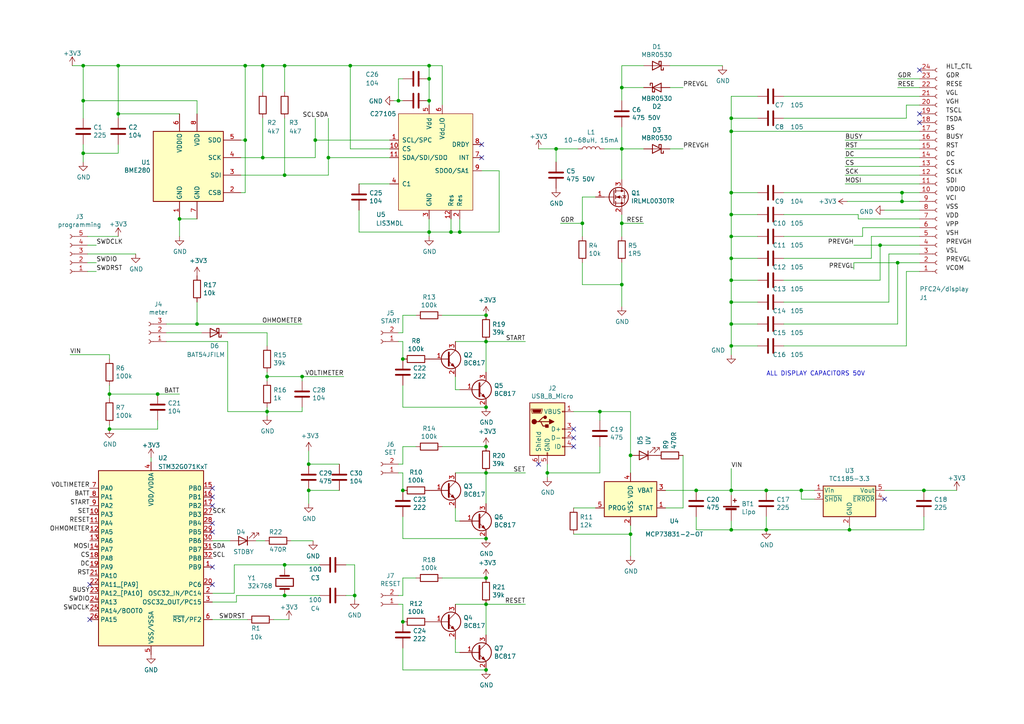
<source format=kicad_sch>
(kicad_sch (version 20211123) (generator eeschema)
  (paper "A4")
  (title_block (title "Sense schematic") (date "2021-08-02") (rev "1.0") (comment 1 "Autor: Bartosz Pracz"))
  (junction (at 124.46 19.05))
  (junction (at 212.09 62.23))
  (junction (at 31.75 124.46))
  (junction (at 212.09 142.24))
  (junction (at 173.99 119.38))
  (junction (at 116.84 104.14))
  (junction (at 45.72 114.3))
  (junction (at 82.55 19.05))
  (junction (at 140.97 137.16))
  (junction (at 77.47 119.38))
  (junction (at 180.34 43.18))
  (junction (at 222.25 142.24))
  (junction (at 140.97 91.44))
  (junction (at 34.29 33.02))
  (junction (at 201.93 142.24))
  (junction (at 267.97 142.24))
  (junction (at 212.09 100.33))
  (junction (at 261.62 55.88))
  (junction (at 57.15 93.98))
  (junction (at 101.6 19.05))
  (junction (at 140.97 194.31))
  (junction (at 140.97 99.06))
  (junction (at 212.09 55.88))
  (junction (at 180.34 25.4))
  (junction (at 232.41 142.24))
  (junction (at 212.09 93.98))
  (junction (at 34.29 19.05))
  (junction (at 124.46 22.86))
  (junction (at 76.2 19.05))
  (junction (at 89.535 134.62))
  (junction (at 140.97 118.11))
  (junction (at 24.13 44.45))
  (junction (at 116.84 180.34))
  (junction (at 115.57 29.21))
  (junction (at 182.88 132.08))
  (junction (at 212.09 68.58))
  (junction (at 82.55 172.72))
  (junction (at 246.38 153.67))
  (junction (at 212.09 38.1))
  (junction (at 161.29 43.18))
  (junction (at 87.63 109.22))
  (junction (at 102.87 172.72))
  (junction (at 52.07 63.5))
  (junction (at 212.09 34.29))
  (junction (at 76.2 45.72))
  (junction (at 130.81 67.31))
  (junction (at 158.75 137.16))
  (junction (at 255.27 71.12))
  (junction (at 212.09 153.67))
  (junction (at 116.84 142.24))
  (junction (at 24.13 19.05))
  (junction (at 124.46 29.21))
  (junction (at 95.25 45.72))
  (junction (at 180.34 82.55))
  (junction (at 124.46 67.31))
  (junction (at 260.35 76.2))
  (junction (at 82.55 163.83))
  (junction (at 168.91 64.77))
  (junction (at 133.35 67.31))
  (junction (at 140.97 175.26))
  (junction (at 212.09 87.63))
  (junction (at 77.47 109.22))
  (junction (at 180.34 64.77))
  (junction (at 31.75 114.3))
  (junction (at 182.88 154.94))
  (junction (at 222.25 153.67))
  (junction (at 140.97 156.21))
  (junction (at 261.62 58.42))
  (junction (at 71.12 19.05))
  (junction (at 82.55 50.8))
  (junction (at 91.44 40.64))
  (junction (at 212.09 81.28))
  (junction (at 89.535 142.24))
  (junction (at 24.13 29.21))
  (junction (at 71.12 40.64))
  (junction (at 140.97 129.54))
  (junction (at 140.97 167.64))
  (junction (at 212.09 74.93))
  (no_connect (at 26.035 169.545))
  (no_connect (at 26.035 179.705))
  (no_connect (at 256.54 144.78))
  (no_connect (at 266.7 33.02))
  (no_connect (at 266.7 35.56))
  (no_connect (at 139.7 45.72))
  (no_connect (at 266.7 20.32))
  (no_connect (at 166.37 127))
  (no_connect (at 166.37 129.54))
  (no_connect (at 61.595 146.685))
  (no_connect (at 61.595 141.605))
  (no_connect (at 61.595 144.145))
  (no_connect (at 61.595 169.545))
  (no_connect (at 61.595 151.765))
  (no_connect (at 61.595 154.305))
  (no_connect (at 61.595 164.465))
  (no_connect (at 139.7 41.91))
  (no_connect (at 156.21 134.62))
  (no_connect (at 166.37 124.46))
  (wire (pts (xy 180.34 19.05) (xy 186.69 19.05)))
  (wire (pts (xy 219.71 93.98) (xy 212.09 93.98)))
  (wire (pts (xy 128.27 91.44) (xy 140.97 91.44)))
  (wire (pts (xy 124.46 67.31) (xy 124.46 63.5)))
  (wire (pts (xy 116.84 180.34) (xy 116.84 175.26)))
  (wire (pts (xy 180.34 29.21) (xy 180.34 25.4)))
  (wire (pts (xy 173.99 137.16) (xy 158.75 137.16)))
  (wire (pts (xy 256.54 60.96) (xy 266.7 60.96)))
  (wire (pts (xy 255.27 71.12) (xy 255.27 81.28)))
  (wire (pts (xy 115.57 96.52) (xy 116.84 96.52)))
  (wire (pts (xy 43.815 132.715) (xy 43.815 133.985)))
  (wire (pts (xy 115.57 22.86) (xy 116.84 22.86)))
  (wire (pts (xy 76.2 19.05) (xy 82.55 19.05)))
  (wire (pts (xy 116.84 172.72) (xy 116.84 167.64)))
  (wire (pts (xy 168.91 76.2) (xy 168.91 82.55)))
  (wire (pts (xy 57.15 29.21) (xy 24.13 29.21)))
  (wire (pts (xy 247.65 76.2) (xy 260.35 76.2)))
  (wire (pts (xy 222.25 142.24) (xy 212.09 142.24)))
  (wire (pts (xy 34.29 44.45) (xy 34.29 41.91)))
  (wire (pts (xy 245.745 58.42) (xy 261.62 58.42)))
  (wire (pts (xy 212.09 27.94) (xy 212.09 34.29)))
  (wire (pts (xy 77.47 119.38) (xy 77.47 120.65)))
  (wire (pts (xy 34.29 33.02) (xy 34.29 34.29)))
  (wire (pts (xy 212.09 62.23) (xy 212.09 68.58)))
  (wire (pts (xy 158.75 138.43) (xy 158.75 137.16)))
  (wire (pts (xy 48.26 93.98) (xy 57.15 93.98)))
  (wire (pts (xy 57.15 33.02) (xy 57.15 29.21)))
  (wire (pts (xy 247.65 78.105) (xy 247.65 76.2)))
  (wire (pts (xy 198.12 132.08) (xy 198.12 147.32)))
  (wire (pts (xy 166.37 154.94) (xy 182.88 154.94)))
  (wire (pts (xy 180.34 25.4) (xy 186.69 25.4)))
  (wire (pts (xy 132.08 113.03) (xy 133.35 113.03)))
  (wire (pts (xy 130.81 67.31) (xy 124.46 67.31)))
  (wire (pts (xy 102.87 172.72) (xy 102.87 163.83)))
  (wire (pts (xy 67.945 172.085) (xy 67.945 163.83)))
  (wire (pts (xy 245.11 53.34) (xy 266.7 53.34)))
  (wire (pts (xy 34.29 19.05) (xy 24.13 19.05)))
  (wire (pts (xy 267.97 153.67) (xy 267.97 149.86)))
  (wire (pts (xy 116.84 129.54) (xy 120.65 129.54)))
  (wire (pts (xy 116.84 187.96) (xy 116.84 194.31)))
  (wire (pts (xy 267.97 142.24) (xy 277.495 142.24)))
  (wire (pts (xy 66.04 119.38) (xy 77.47 119.38)))
  (wire (pts (xy 260.35 76.2) (xy 260.35 93.98)))
  (wire (pts (xy 132.08 189.23) (xy 133.35 189.23)))
  (wire (pts (xy 124.46 29.21) (xy 124.46 30.48)))
  (wire (pts (xy 116.84 111.76) (xy 116.84 118.11)))
  (wire (pts (xy 180.34 62.23) (xy 180.34 64.77)))
  (wire (pts (xy 212.09 68.58) (xy 212.09 74.93)))
  (wire (pts (xy 166.37 119.38) (xy 173.99 119.38)))
  (wire (pts (xy 168.91 64.77) (xy 168.91 68.58)))
  (wire (pts (xy 31.75 111.76) (xy 31.75 114.3)))
  (wire (pts (xy 77.47 109.22) (xy 87.63 109.22)))
  (wire (pts (xy 116.84 96.52) (xy 116.84 91.44)))
  (wire (pts (xy 139.7 49.53) (xy 144.78 49.53)))
  (wire (pts (xy 227.33 68.58) (xy 250.19 68.58)))
  (wire (pts (xy 61.595 172.085) (xy 67.945 172.085)))
  (wire (pts (xy 182.88 119.38) (xy 182.88 132.08)))
  (wire (pts (xy 180.34 88.9) (xy 180.34 82.55)))
  (wire (pts (xy 193.04 142.24) (xy 201.93 142.24)))
  (wire (pts (xy 116.84 167.64) (xy 120.65 167.64)))
  (wire (pts (xy 219.71 100.33) (xy 212.09 100.33)))
  (wire (pts (xy 113.03 45.72) (xy 95.25 45.72)))
  (wire (pts (xy 77.47 107.95) (xy 77.47 109.22)))
  (wire (pts (xy 52.07 33.02) (xy 34.29 33.02)))
  (wire (pts (xy 222.25 149.86) (xy 222.25 153.67)))
  (wire (pts (xy 24.13 29.21) (xy 24.13 34.29)))
  (wire (pts (xy 222.25 153.67) (xy 246.38 153.67)))
  (wire (pts (xy 227.33 74.93) (xy 252.73 74.93)))
  (wire (pts (xy 57.15 93.98) (xy 87.63 93.98)))
  (wire (pts (xy 212.09 55.88) (xy 212.09 62.23)))
  (wire (pts (xy 144.78 49.53) (xy 144.78 67.31)))
  (wire (pts (xy 116.84 175.26) (xy 115.57 175.26)))
  (wire (pts (xy 104.14 67.31) (xy 124.46 67.31)))
  (wire (pts (xy 261.62 55.88) (xy 266.7 55.88)))
  (wire (pts (xy 180.34 36.83) (xy 180.34 43.18)))
  (wire (pts (xy 132.08 137.16) (xy 140.97 137.16)))
  (wire (pts (xy 116.84 99.06) (xy 115.57 99.06)))
  (wire (pts (xy 61.595 174.625) (xy 68.58 174.625)))
  (wire (pts (xy 77.47 109.22) (xy 77.47 110.49)))
  (wire (pts (xy 77.47 96.52) (xy 77.47 100.33)))
  (wire (pts (xy 128.27 19.05) (xy 128.27 30.48)))
  (wire (pts (xy 31.75 114.3) (xy 31.75 115.57)))
  (wire (pts (xy 219.71 34.29) (xy 212.09 34.29)))
  (wire (pts (xy 116.84 149.86) (xy 116.84 156.21)))
  (wire (pts (xy 89.535 142.24) (xy 98.425 142.24)))
  (wire (pts (xy 84.455 156.845) (xy 90.805 156.845)))
  (wire (pts (xy 116.84 91.44) (xy 120.65 91.44)))
  (wire (pts (xy 201.93 149.86) (xy 201.93 153.67)))
  (wire (pts (xy 25.4 71.12) (xy 27.94 71.12)))
  (wire (pts (xy 77.47 119.38) (xy 87.63 119.38)))
  (wire (pts (xy 132.08 99.06) (xy 140.97 99.06)))
  (wire (pts (xy 48.26 99.06) (xy 66.04 99.06)))
  (wire (pts (xy 116.84 134.62) (xy 116.84 129.54)))
  (wire (pts (xy 262.89 30.48) (xy 262.89 34.29)))
  (wire (pts (xy 245.11 40.64) (xy 266.7 40.64)))
  (wire (pts (xy 74.295 156.845) (xy 76.835 156.845)))
  (wire (pts (xy 87.63 109.22) (xy 99.695 109.22)))
  (wire (pts (xy 69.85 55.88) (xy 71.12 55.88)))
  (wire (pts (xy 25.4 76.2) (xy 27.94 76.2)))
  (wire (pts (xy 82.55 163.83) (xy 82.55 165.1)))
  (wire (pts (xy 245.11 50.8) (xy 266.7 50.8)))
  (wire (pts (xy 132.08 109.22) (xy 132.08 113.03)))
  (wire (pts (xy 173.99 119.38) (xy 182.88 119.38)))
  (wire (pts (xy 132.08 151.13) (xy 133.35 151.13)))
  (wire (pts (xy 261.62 55.88) (xy 227.33 55.88)))
  (wire (pts (xy 245.11 48.26) (xy 266.7 48.26)))
  (wire (pts (xy 256.54 142.24) (xy 267.97 142.24)))
  (wire (pts (xy 194.31 25.4) (xy 198.12 25.4)))
  (wire (pts (xy 162.56 64.77) (xy 168.91 64.77)))
  (wire (pts (xy 194.31 43.18) (xy 198.12 43.18)))
  (wire (pts (xy 232.41 142.24) (xy 236.22 142.24)))
  (wire (pts (xy 101.6 43.18) (xy 113.03 43.18)))
  (wire (pts (xy 168.91 82.55) (xy 180.34 82.55)))
  (wire (pts (xy 140.97 137.16) (xy 152.4 137.16)))
  (wire (pts (xy 212.09 81.28) (xy 212.09 87.63)))
  (wire (pts (xy 101.6 19.05) (xy 124.46 19.05)))
  (wire (pts (xy 140.97 175.26) (xy 140.97 184.15)))
  (wire (pts (xy 132.08 175.26) (xy 140.97 175.26)))
  (wire (pts (xy 24.13 41.91) (xy 24.13 44.45)))
  (wire (pts (xy 89.535 146.05) (xy 89.535 142.24)))
  (wire (pts (xy 31.75 114.3) (xy 45.72 114.3)))
  (wire (pts (xy 20.955 19.05) (xy 24.13 19.05)))
  (wire (pts (xy 66.04 99.06) (xy 66.04 119.38)))
  (wire (pts (xy 116.84 194.31) (xy 140.97 194.31)))
  (wire (pts (xy 250.19 66.04) (xy 250.19 68.58)))
  (wire (pts (xy 266.7 63.5) (xy 248.92 63.5)))
  (wire (pts (xy 257.81 73.66) (xy 266.7 73.66)))
  (wire (pts (xy 182.88 161.29) (xy 182.88 154.94)))
  (wire (pts (xy 212.09 93.98) (xy 212.09 100.33)))
  (wire (pts (xy 266.7 68.58) (xy 252.73 68.58)))
  (wire (pts (xy 219.71 62.23) (xy 212.09 62.23)))
  (wire (pts (xy 82.55 19.05) (xy 101.6 19.05)))
  (wire (pts (xy 128.27 167.64) (xy 140.97 167.64)))
  (wire (pts (xy 48.26 96.52) (xy 58.42 96.52)))
  (wire (pts (xy 89.535 134.62) (xy 98.425 134.62)))
  (wire (pts (xy 34.29 33.02) (xy 34.29 19.05)))
  (wire (pts (xy 246.38 153.67) (xy 267.97 153.67)))
  (wire (pts (xy 115.57 172.72) (xy 116.84 172.72)))
  (wire (pts (xy 201.93 142.24) (xy 212.09 142.24)))
  (wire (pts (xy 172.72 57.15) (xy 168.91 57.15)))
  (wire (pts (xy 92.71 172.72) (xy 82.55 172.72)))
  (wire (pts (xy 130.81 63.5) (xy 130.81 67.31)))
  (wire (pts (xy 69.85 40.64) (xy 71.12 40.64)))
  (wire (pts (xy 71.12 40.64) (xy 71.12 19.05)))
  (wire (pts (xy 76.2 34.29) (xy 76.2 45.72)))
  (wire (pts (xy 180.34 52.07) (xy 180.34 43.18)))
  (wire (pts (xy 69.85 45.72) (xy 76.2 45.72)))
  (wire (pts (xy 102.87 172.72) (xy 102.87 173.99)))
  (wire (pts (xy 31.75 123.19) (xy 31.75 124.46)))
  (wire (pts (xy 130.81 67.31) (xy 133.35 67.31)))
  (wire (pts (xy 25.4 78.74) (xy 27.94 78.74)))
  (wire (pts (xy 91.44 40.64) (xy 113.03 40.64)))
  (wire (pts (xy 77.47 118.11) (xy 77.47 119.38)))
  (wire (pts (xy 201.93 153.67) (xy 212.09 153.67)))
  (wire (pts (xy 168.91 57.15) (xy 168.91 64.77)))
  (wire (pts (xy 68.58 172.72) (xy 82.55 172.72)))
  (wire (pts (xy 82.55 34.29) (xy 82.55 50.8)))
  (wire (pts (xy 219.71 55.88) (xy 212.09 55.88)))
  (wire (pts (xy 247.65 71.12) (xy 255.27 71.12)))
  (wire (pts (xy 266.7 30.48) (xy 262.89 30.48)))
  (wire (pts (xy 245.11 43.18) (xy 266.7 43.18)))
  (wire (pts (xy 124.46 67.31) (xy 124.46 68.58)))
  (wire (pts (xy 161.29 43.18) (xy 167.64 43.18)))
  (wire (pts (xy 114.3 29.21) (xy 115.57 29.21)))
  (wire (pts (xy 180.34 43.18) (xy 186.69 43.18)))
  (wire (pts (xy 124.46 19.05) (xy 128.27 19.05)))
  (wire (pts (xy 57.15 93.98) (xy 57.15 87.63)))
  (wire (pts (xy 212.09 151.13) (xy 212.09 153.67)))
  (wire (pts (xy 222.25 142.24) (xy 232.41 142.24)))
  (wire (pts (xy 87.63 119.38) (xy 87.63 118.11)))
  (wire (pts (xy 212.09 142.24) (xy 212.09 143.51)))
  (wire (pts (xy 252.73 68.58) (xy 252.73 74.93)))
  (wire (pts (xy 133.35 63.5) (xy 133.35 67.31)))
  (wire (pts (xy 219.71 68.58) (xy 212.09 68.58)))
  (wire (pts (xy 91.44 45.72) (xy 91.44 40.64)))
  (wire (pts (xy 132.08 147.32) (xy 132.08 151.13)))
  (wire (pts (xy 180.34 64.77) (xy 180.34 68.58)))
  (wire (pts (xy 173.99 119.38) (xy 173.99 121.92)))
  (wire (pts (xy 198.12 147.32) (xy 193.04 147.32)))
  (wire (pts (xy 152.4 175.26) (xy 140.97 175.26)))
  (wire (pts (xy 173.99 129.54) (xy 173.99 137.16)))
  (wire (pts (xy 116.84 118.11) (xy 140.97 118.11)))
  (wire (pts (xy 102.87 163.83) (xy 100.33 163.83)))
  (wire (pts (xy 124.46 22.86) (xy 124.46 29.21)))
  (wire (pts (xy 91.44 40.64) (xy 91.44 34.29)))
  (wire (pts (xy 140.97 99.06) (xy 140.97 107.95)))
  (wire (pts (xy 266.7 76.2) (xy 260.35 76.2)))
  (wire (pts (xy 182.88 132.08) (xy 182.88 137.16)))
  (wire (pts (xy 82.55 50.8) (xy 95.25 50.8)))
  (wire (pts (xy 68.58 174.625) (xy 68.58 172.72)))
  (wire (pts (xy 161.29 43.18) (xy 161.29 46.99)))
  (wire (pts (xy 180.34 25.4) (xy 180.34 19.05)))
  (wire (pts (xy 212.09 74.93) (xy 212.09 81.28)))
  (wire (pts (xy 212.09 34.29) (xy 212.09 38.1)))
  (wire (pts (xy 219.71 74.93) (xy 212.09 74.93)))
  (wire (pts (xy 194.31 19.05) (xy 209.55 19.05)))
  (wire (pts (xy 76.2 45.72) (xy 91.44 45.72)))
  (wire (pts (xy 67.945 163.83) (xy 82.55 163.83)))
  (wire (pts (xy 246.38 153.67) (xy 246.38 152.4)))
  (wire (pts (xy 24.13 29.21) (xy 24.13 19.05)))
  (wire (pts (xy 24.13 44.45) (xy 34.29 44.45)))
  (wire (pts (xy 95.25 34.29) (xy 95.25 45.72)))
  (wire (pts (xy 45.72 114.3) (xy 52.07 114.3)))
  (wire (pts (xy 219.71 87.63) (xy 212.09 87.63)))
  (wire (pts (xy 116.84 156.21) (xy 140.97 156.21)))
  (wire (pts (xy 262.89 100.33) (xy 262.89 78.74)))
  (wire (pts (xy 89.535 134.62) (xy 89.535 130.81)))
  (wire (pts (xy 262.89 78.74) (xy 266.7 78.74)))
  (wire (pts (xy 132.08 185.42) (xy 132.08 189.23)))
  (wire (pts (xy 245.11 45.72) (xy 266.7 45.72)))
  (wire (pts (xy 227.33 34.29) (xy 262.89 34.29)))
  (wire (pts (xy 31.75 102.87) (xy 31.75 104.14)))
  (wire (pts (xy 236.22 144.78) (xy 232.41 144.78)))
  (wire (pts (xy 219.71 27.94) (xy 212.09 27.94)))
  (wire (pts (xy 260.35 25.4) (xy 266.7 25.4)))
  (wire (pts (xy 82.55 26.67) (xy 82.55 19.05)))
  (wire (pts (xy 156.21 43.18) (xy 161.29 43.18)))
  (wire (pts (xy 128.27 129.54) (xy 140.97 129.54)))
  (wire (pts (xy 71.12 55.88) (xy 71.12 40.64)))
  (wire (pts (xy 133.35 67.31) (xy 144.78 67.31)))
  (wire (pts (xy 140.97 99.06) (xy 152.4 99.06)))
  (wire (pts (xy 158.75 137.16) (xy 158.75 134.62)))
  (wire (pts (xy 257.81 87.63) (xy 227.33 87.63)))
  (wire (pts (xy 261.62 55.88) (xy 261.62 58.42)))
  (wire (pts (xy 227.33 27.94) (xy 266.7 27.94)))
  (wire (pts (xy 100.33 172.72) (xy 102.87 172.72)))
  (wire (pts (xy 248.92 63.5) (xy 248.92 62.23)))
  (wire (pts (xy 182.88 152.4) (xy 182.88 154.94)))
  (wire (pts (xy 175.26 43.18) (xy 180.34 43.18)))
  (wire (pts (xy 66.04 96.52) (xy 77.47 96.52)))
  (wire (pts (xy 116.84 137.16) (xy 115.57 137.16)))
  (wire (pts (xy 79.375 179.705) (xy 83.82 179.705)))
  (wire (pts (xy 180.34 82.55) (xy 180.34 76.2)))
  (wire (pts (xy 95.25 45.72) (xy 95.25 50.8)))
  (wire (pts (xy 116.84 142.24) (xy 116.84 137.16)))
  (wire (pts (xy 101.6 43.18) (xy 101.6 19.05)))
  (wire (pts (xy 260.35 22.86) (xy 266.7 22.86)))
  (wire (pts (xy 87.63 109.22) (xy 87.63 110.49)))
  (wire (pts (xy 34.29 19.05) (xy 71.12 19.05)))
  (wire (pts (xy 92.71 163.83) (xy 82.55 163.83)))
  (wire (pts (xy 261.62 58.42) (xy 266.7 58.42)))
  (wire (pts (xy 115.57 29.21) (xy 116.84 29.21)))
  (wire (pts (xy 219.71 81.28) (xy 212.09 81.28)))
  (wire (pts (xy 212.09 38.1) (xy 212.09 55.88)))
  (wire (pts (xy 25.4 68.58) (xy 34.29 68.58)))
  (wire (pts (xy 76.2 26.67) (xy 76.2 19.05)))
  (wire (pts (xy 24.13 44.45) (xy 24.13 46.99)))
  (wire (pts (xy 140.97 137.16) (xy 140.97 146.05)))
  (wire (pts (xy 31.75 124.46) (xy 45.72 124.46)))
  (wire (pts (xy 227.33 100.33) (xy 262.89 100.33)))
  (wire (pts (xy 25.4 73.66) (xy 39.37 73.66)))
  (wire (pts (xy 227.33 81.28) (xy 255.27 81.28)))
  (wire (pts (xy 266.7 66.04) (xy 250.19 66.04)))
  (wire (pts (xy 212.09 135.89) (xy 212.09 142.24)))
  (wire (pts (xy 52.07 63.5) (xy 52.07 68.58)))
  (wire (pts (xy 186.69 64.77) (xy 180.34 64.77)))
  (wire (pts (xy 115.57 134.62) (xy 116.84 134.62)))
  (wire (pts (xy 71.12 19.05) (xy 76.2 19.05)))
  (wire (pts (xy 115.57 29.21) (xy 115.57 22.86)))
  (wire (pts (xy 69.85 50.8) (xy 82.55 50.8)))
  (wire (pts (xy 20.32 102.87) (xy 31.75 102.87)))
  (wire (pts (xy 61.595 179.705) (xy 71.755 179.705)))
  (wire (pts (xy 266.7 71.12) (xy 255.27 71.12)))
  (wire (pts (xy 166.37 147.32) (xy 172.72 147.32)))
  (wire (pts (xy 45.72 124.46) (xy 45.72 121.92)))
  (wire (pts (xy 227.33 93.98) (xy 260.35 93.98)))
  (wire (pts (xy 232.41 144.78) (xy 232.41 142.24)))
  (wire (pts (xy 257.81 87.63) (xy 257.81 73.66)))
  (wire (pts (xy 227.33 62.23) (xy 248.92 62.23)))
  (wire (pts (xy 212.09 87.63) (xy 212.09 93.98)))
  (wire (pts (xy 104.14 60.96) (xy 104.14 67.31)))
  (wire (pts (xy 212.09 38.1) (xy 266.7 38.1)))
  (wire (pts (xy 104.14 53.34) (xy 113.03 53.34)))
  (wire (pts (xy 212.09 100.33) (xy 212.09 102.87)))
  (wire (pts (xy 212.09 153.67) (xy 222.25 153.67)))
  (wire (pts (xy 124.46 19.05) (xy 124.46 22.86)))
  (wire (pts (xy 57.15 63.5) (xy 52.07 63.5)))
  (wire (pts (xy 66.675 156.845) (xy 61.595 156.845)))
  (wire (pts (xy 116.84 104.14) (xy 116.84 99.06)))
  (text "ALL DISPLAY CAPACITORS 50V" (at 222.25 109.22 0) (effects (font (size 1.27 1.27)) (justify left bottom)))
  (label "START" (at 26.035 146.685 180))
  (label "DC" (at 26.035 164.465 180))
  (label "OHMOMETER" (at 26.035 154.305 180))
  (label "VGH" (at 274.32 30.48 0))
  (label "SWDRST" (at 63.5 179.705 0))
  (label "VDDIO" (at 274.32 55.88 0))
  (label "VSL" (at 274.32 73.66 0))
  (label "SDI" (at 274.32 53.34 0))
  (label "PREVGH" (at 274.32 71.12 0))
  (label "RESET" (at 152.4 175.26 180))
  (label "SDA" (at 61.595 159.385 0))
  (label "GDR" (at 274.32 22.86 0))
  (label "VIN" (at 212.09 135.89 0))
  (label "PREVGL" (at 274.32 76.2 0))
  (label "DC" (at 245.11 45.72 0))
  (label "PREVGH" (at 247.65 71.12 180))
  (label "OHMOMETER" (at 87.63 93.98 180))
  (label "SET" (at 152.4 137.16 180))
  (label "SWDCLK" (at 26.035 177.165 180))
  (label "MOSI" (at 26.035 159.385 180))
  (label "SCLK" (at 274.32 50.8 0))
  (label "RESE" (at 260.35 25.4 0))
  (label "RST" (at 26.035 167.005 180))
  (label "START" (at 152.4 99.06 180))
  (label "HLT_CTL" (at 274.32 20.32 0))
  (label "BUSY" (at 274.32 40.64 0))
  (label "GDR" (at 162.56 64.77 0))
  (label "VPP" (at 274.32 66.04 0))
  (label "BUSY" (at 245.11 40.64 0))
  (label "PREVGH" (at 198.12 43.18 0))
  (label "VCOM" (at 274.32 78.74 0))
  (label "SCK" (at 245.11 50.8 0))
  (label "VOLTIMETER" (at 26.035 141.605 180))
  (label "TSDA" (at 274.32 35.56 0))
  (label "VCI" (at 274.32 58.42 0))
  (label "RESE" (at 274.32 25.4 0))
  (label "SWDRST" (at 27.94 78.74 0))
  (label "BATT" (at 52.07 114.3 180))
  (label "CS" (at 274.32 48.26 0))
  (label "VGL" (at 274.32 27.94 0))
  (label "PREVGL" (at 247.65 78.105 180))
  (label "BATT" (at 26.035 144.145 180))
  (label "BUSY" (at 26.035 172.085 180))
  (label "SWDIO" (at 27.94 76.2 0))
  (label "VIN" (at 20.32 102.87 0))
  (label "RESE" (at 186.69 64.77 180))
  (label "BS" (at 274.32 38.1 0))
  (label "SCK" (at 61.595 149.225 0))
  (label "SCL" (at 91.44 34.29 180))
  (label "CS" (at 26.035 161.925 180))
  (label "SDA" (at 95.25 34.29 180))
  (label "SWDCLK" (at 27.94 71.12 0))
  (label "PREVGL" (at 198.12 25.4 0))
  (label "CS" (at 245.11 48.26 0))
  (label "TSCL" (at 274.32 33.02 0))
  (label "SET" (at 26.035 149.225 180))
  (label "VOLTIMETER" (at 99.695 109.22 180))
  (label "GDR" (at 260.35 22.86 0))
  (label "RESET" (at 26.035 151.765 180))
  (label "RST" (at 274.32 43.18 0))
  (label "VSS" (at 274.32 60.96 0))
  (label "VDD" (at 274.32 63.5 0))
  (label "SCL" (at 61.595 161.925 0))
  (label "VSH" (at 274.32 68.58 0))
  (label "SWDIO" (at 26.035 174.625 180))
  (label "DC" (at 274.32 45.72 0))
  (label "RST" (at 245.11 43.18 0))
  (label "MOSI" (at 245.11 53.34 0))
  (symbol (lib_id "Connector:Conn_01x24_Female") (at 271.78 50.8 0) (mirror x) (unit 1)
    (property "Reference" "J1" (at 266.7 86.36 0) (effects (justify left)))
    (property "Value" "PFC24/display" (at 266.7 83.82 0) (effects (justify left)))
    (property "Footprint" "BartLib_Connector:FPC-24P-P0.50mm_Universal" (effects hide))
  )
  (symbol (lib_id "Device:C") (at 223.52 100.33 270) (unit 1)
    (property "Reference" "C16" (at 226.06 102.87 90))
    (property "Value" "105" (at 231.14 102.87 90))
    (property "Footprint" "Capacitor_SMD:C_0603_1608Metric" (effects hide))
  )
  (symbol (lib_id "Device:C") (at 223.52 93.98 270) (unit 1)
    (property "Reference" "C15" (at 226.06 96.52 90))
    (property "Value" "105" (at 231.14 96.52 90))
    (property "Footprint" "Capacitor_SMD:C_0603_1608Metric" (effects hide))
  )
  (symbol (lib_id "Device:C") (at 223.52 87.63 270) (unit 1)
    (property "Reference" "C14" (at 226.06 90.17 90))
    (property "Value" "105" (at 231.14 90.17 90))
    (property "Footprint" "Capacitor_SMD:C_0603_1608Metric" (effects hide))
  )
  (symbol (lib_id "Device:C") (at 223.52 81.28 270) (unit 1)
    (property "Reference" "C13" (at 226.06 83.82 90))
    (property "Value" "105" (at 231.14 83.82 90))
    (property "Footprint" "Capacitor_SMD:C_0603_1608Metric" (effects hide))
  )
  (symbol (lib_id "Device:C") (at 223.52 74.93 270) (unit 1)
    (property "Reference" "C12" (at 226.06 77.47 90))
    (property "Value" "105" (at 231.14 77.47 90))
    (property "Footprint" "Capacitor_SMD:C_0603_1608Metric" (effects hide))
  )
  (symbol (lib_id "Device:C") (at 223.52 68.58 270) (unit 1)
    (property "Reference" "C11" (at 226.06 71.12 90))
    (property "Value" "105" (at 231.14 71.12 90))
    (property "Footprint" "Capacitor_SMD:C_0603_1608Metric" (effects hide))
  )
  (symbol (lib_id "Device:C") (at 223.52 62.23 270) (unit 1)
    (property "Reference" "C10" (at 226.06 64.77 90))
    (property "Value" "105" (at 231.14 64.77 90))
    (property "Footprint" "Capacitor_SMD:C_0603_1608Metric" (effects hide))
  )
  (symbol (lib_id "Device:C") (at 223.52 55.88 270) (unit 1)
    (property "Reference" "C9" (at 226.06 58.42 90))
    (property "Value" "104" (at 231.14 58.42 90))
    (property "Footprint" "Capacitor_SMD:C_0603_1608Metric" (effects hide))
  )
  (symbol (lib_id "power:GND") (at 212.09 102.87 0) (unit 1)
    (property "Reference" "#PWR0101" (effects hide))
    (property "Value" "GND" (at 208.28 101.6 0))
  )
  (symbol (lib_id "Device:R") (at 31.75 107.95 0) (unit 1)
    (property "Reference" "R6" (at 33.528 106.7816 0) (effects (justify left)))
    (property "Value" "100k" (at 33.528 109.093 0) (effects (justify left)))
    (property "Footprint" "Resistor_SMD:R_0603_1608Metric" (effects hide))
  )
  (symbol (lib_id "Device:C") (at 223.52 34.29 270) (unit 1)
    (property "Reference" "C8" (at 226.06 36.83 90))
    (property "Value" "105" (at 231.14 36.83 90))
    (property "Footprint" "Capacitor_SMD:C_0603_1608Metric" (effects hide))
  )
  (symbol (lib_id "Device:C") (at 223.52 27.94 270) (unit 1)
    (property "Reference" "C7" (at 226.06 30.48 90))
    (property "Value" "105" (at 231.14 30.48 90))
    (property "Footprint" "Capacitor_SMD:C_0603_1608Metric" (effects hide))
  )
  (symbol (lib_id "power:GND") (at 89.535 146.05 0) (unit 1)
    (property "Reference" "#PWR0102" (effects hide))
    (property "Value" "GND" (at 89.662 150.4442 0))
  )
  (symbol (lib_id "power:+3V3") (at 89.535 130.81 0) (unit 1)
    (property "Reference" "#PWR0103" (effects hide))
    (property "Value" "+3V3" (at 89.916 126.4158 0))
  )
  (symbol (lib_id "Device:R") (at 31.75 119.38 0) (unit 1)
    (property "Reference" "R7" (at 33.528 118.2116 0) (effects (justify left)))
    (property "Value" "100k" (at 33.528 120.523 0) (effects (justify left)))
    (property "Footprint" "Resistor_SMD:R_0603_1608Metric" (effects hide))
  )
  (symbol (lib_id "power:GND") (at 31.75 124.46 0) (unit 1)
    (property "Reference" "#PWR04" (effects hide))
    (property "Value" "GND" (at 31.877 128.8542 0))
  )
  (symbol (lib_id "Device:L") (at 171.45 43.18 90) (unit 1)
    (property "Reference" "L1" (at 171.45 38.354 90))
    (property "Value" "10-68uH, 15mA" (at 171.45 40.6654 90))
    (property "Footprint" "Resistor_SMD:R_1206_3216Metric" (effects hide))
  )
  (symbol (lib_id "Diode:MBR0530") (at 190.5 43.18 180) (unit 1)
    (property "Reference" "D3" (at 190.5 37.6936 0))
    (property "Value" "MBR0530" (at 190.5 40.005 0))
    (property "Footprint" "Diode_SMD:D_SOD-123" (effects hide))
    (property "Datasheet" "http://www.mccsemi.com/up_pdf/MBR0520~MBR0580(SOD123).pdf" (effects hide))
  )
  (symbol (lib_id "Device:C") (at 161.29 50.8 0) (unit 1)
    (property "Reference" "C5" (at 164.211 49.6316 0) (effects (justify left)))
    (property "Value" "475 50V" (at 164.211 51.943 0) (effects (justify left)))
    (property "Footprint" "Capacitor_SMD:C_0805_2012Metric" (effects hide))
  )
  (symbol (lib_id "Diode:MBR0530") (at 190.5 25.4 0) (unit 1)
    (property "Reference" "D2" (at 190.5 30.8864 0))
    (property "Value" "MBR0530" (at 190.5 28.575 0))
    (property "Footprint" "Diode_SMD:D_SOD-123" (effects hide))
    (property "Datasheet" "http://www.mccsemi.com/up_pdf/MBR0520~MBR0580(SOD123).pdf" (effects hide))
  )
  (symbol (lib_id "Diode:MBR0530") (at 190.5 19.05 180) (unit 1)
    (property "Reference" "D1" (at 190.5 13.5636 0))
    (property "Value" "MBR0530" (at 190.5 15.875 0))
    (property "Footprint" "Diode_SMD:D_SOD-123" (effects hide))
    (property "Datasheet" "http://www.mccsemi.com/up_pdf/MBR0520~MBR0580(SOD123).pdf" (effects hide))
  )
  (symbol (lib_id "power:GND") (at 209.55 19.05 0) (unit 1)
    (property "Reference" "#PWR0104" (effects hide))
    (property "Value" "GND" (at 209.677 23.4442 0))
  )
  (symbol (lib_id "Device:R") (at 168.91 72.39 0) (unit 1)
    (property "Reference" "R4" (at 170.688 71.2216 0) (effects (justify left)))
    (property "Value" "10k" (at 170.688 73.533 0) (effects (justify left)))
    (property "Footprint" "Resistor_SMD:R_0603_1608Metric" (effects hide))
  )
  (symbol (lib_id "Device:R") (at 180.34 72.39 0) (unit 1)
    (property "Reference" "R5" (at 182.118 71.2216 0) (effects (justify left)))
    (property "Value" "1R5" (at 182.118 73.533 0) (effects (justify left)))
    (property "Footprint" "Resistor_SMD:R_0603_1608Metric" (effects hide))
  )
  (symbol (lib_id "power:GND") (at 161.29 54.61 0) (unit 1)
    (property "Reference" "#PWR0105" (effects hide))
    (property "Value" "GND" (at 161.417 59.0042 0))
  )
  (symbol (lib_id "Device:C") (at 180.34 33.02 0) (unit 1)
    (property "Reference" "C6" (at 183.261 31.8516 0) (effects (justify left)))
    (property "Value" "475 50V" (at 183.261 34.163 0) (effects (justify left)))
    (property "Footprint" "Capacitor_SMD:C_0805_2012Metric" (effects hide))
  )
  (symbol (lib_id "Device:C") (at 45.72 118.11 0) (unit 1)
    (property "Reference" "C21" (at 48.641 116.9416 0) (effects (justify left)))
    (property "Value" "104" (at 48.641 119.253 0) (effects (justify left)))
    (property "Footprint" "Capacitor_SMD:C_0603_1608Metric" (effects hide))
  )
  (symbol (lib_id "power:GND") (at 180.34 88.9 0) (unit 1)
    (property "Reference" "#PWR0106" (effects hide))
    (property "Value" "GND" (at 180.467 93.2942 0))
  )
  (symbol (lib_id "Device:Crystal") (at 82.55 168.91 270) (unit 1)
    (property "Reference" "Y1" (at 71.755 167.64 90) (effects (justify left)))
    (property "Value" "32k768" (at 71.755 169.9514 90) (effects (justify left)))
    (property "Footprint" "Crystal:Crystal_DS26_D2.0mm_L6.0mm_Horizontal" (effects hide))
  )
  (symbol (lib_id "sense-rescue:USB_B_Micro-Connector-venom-rescue") (at 158.75 124.46 0) (unit 1)
    (property "Reference" "J2" (at 160.1978 112.5982 0))
    (property "Value" "USB_B_Micro" (at 160.1978 114.9096 0))
    (property "Footprint" "Connector_USB:USB_Micro-B_Molex_47346-0001" (effects hide))
  )
  (symbol (lib_id "Device:C") (at 96.52 163.83 90) (unit 1)
    (property "Reference" "C3" (at 91.44 167.64 90))
    (property "Value" "100" (at 91.44 165.1 90))
    (property "Footprint" "Capacitor_SMD:C_0603_1608Metric" (effects hide))
  )
  (symbol (lib_id "Device:C") (at 96.52 172.72 90) (unit 1)
    (property "Reference" "C4" (at 91.44 176.53 90))
    (property "Value" "100" (at 91.44 173.99 90))
    (property "Footprint" "Capacitor_SMD:C_0603_1608Metric" (effects hide))
  )
  (symbol (lib_id "Device:R") (at 75.565 179.705 90) (unit 1)
    (property "Reference" "R1" (at 75.565 182.245 90) (effects (justify left)))
    (property "Value" "10k" (at 76.2 184.785 90) (effects (justify left)))
    (property "Footprint" "Resistor_SMD:R_0603_1608Metric" (effects hide))
  )
  (symbol (lib_id "Device:C") (at 173.99 125.73 0) (unit 1)
    (property "Reference" "C19" (at 176.911 124.5616 0) (effects (justify left)))
    (property "Value" "475" (at 176.911 126.873 0) (effects (justify left)))
    (property "Footprint" "Capacitor_SMD:C_0603_1608Metric" (effects hide))
  )
  (symbol (lib_id "Sensor:BME280") (at 54.61 48.26 0) (unit 1)
    (property "Reference" "U1" (at 43.7134 47.0916 0) (effects (justify right)))
    (property "Value" "BME280" (at 43.7134 49.403 0) (effects (justify right)))
    (property "Footprint" "Package_LGA:Bosch_LGA-8_2.5x2.5mm_P0.65mm_ClockwisePinNumbering" (effects hide))
    (property "Datasheet" "https://ae-bst.resource.bosch.com/media/_tech/media/datasheets/BST-BME280-DS002.pdf" (effects hide))
  )
  (symbol (lib_id "power:GND") (at 52.07 68.58 0) (unit 1)
    (property "Reference" "#PWR02" (effects hide))
    (property "Value" "GND" (at 52.197 72.9742 0))
  )
  (symbol (lib_id "Device:C") (at 24.13 38.1 0) (unit 1)
    (property "Reference" "C1" (at 27.051 36.9316 0) (effects (justify left)))
    (property "Value" "225" (at 27.051 39.243 0) (effects (justify left)))
    (property "Footprint" "Capacitor_SMD:C_0603_1608Metric" (effects hide))
  )
  (symbol (lib_id "Device:C") (at 34.29 38.1 0) (unit 1)
    (property "Reference" "C2" (at 37.211 36.9316 0) (effects (justify left)))
    (property "Value" "104" (at 37.211 39.243 0) (effects (justify left)))
    (property "Footprint" "Capacitor_SMD:C_0603_1608Metric" (effects hide))
  )
  (symbol (lib_id "power:GND") (at 24.13 46.99 0) (unit 1)
    (property "Reference" "#PWR01" (effects hide))
    (property "Value" "GND" (at 24.257 51.3842 0))
  )
  (symbol (lib_id "Device:LED") (at 186.69 132.08 180) (unit 1)
    (property "Reference" "D5" (at 185.6994 129.0828 90) (effects (justify right)))
    (property "Value" "UV" (at 188.0108 129.0828 90) (effects (justify right)))
    (property "Footprint" "Diode_SMD:D_0603_1608Metric" (effects hide))
  )
  (symbol (lib_id "Device:R") (at 76.2 30.48 0) (unit 1)
    (property "Reference" "R2" (at 77.47 35.56 0) (effects (justify left)))
    (property "Value" "4k7" (at 77.47 38.1 0) (effects (justify left)))
    (property "Footprint" "Resistor_SMD:R_0603_1608Metric" (effects hide))
  )
  (symbol (lib_id "Device:R") (at 82.55 30.48 0) (unit 1)
    (property "Reference" "R3" (at 83.82 35.56 0) (effects (justify left)))
    (property "Value" "4k7" (at 83.82 38.1 0) (effects (justify left)))
    (property "Footprint" "Resistor_SMD:R_0603_1608Metric" (effects hide))
  )
  (symbol (lib_id "power:GND") (at 158.75 138.43 0) (unit 1)
    (property "Reference" "#PWR06" (effects hide))
    (property "Value" "GND" (at 158.877 142.8242 0))
  )
  (symbol (lib_id "Device:R") (at 194.31 132.08 90) (unit 1)
    (property "Reference" "R9" (at 193.1416 130.302 0) (effects (justify left)))
    (property "Value" "470R" (at 195.453 130.302 0) (effects (justify left)))
    (property "Footprint" "Resistor_SMD:R_0603_1608Metric" (effects hide))
  )
  (symbol (lib_id "Device:C") (at 201.93 146.05 0) (unit 1)
    (property "Reference" "C20" (at 204.851 144.8816 0) (effects (justify left)))
    (property "Value" "475" (at 204.851 147.193 0) (effects (justify left)))
    (property "Footprint" "Capacitor_SMD:C_0603_1608Metric" (effects hide))
  )
  (symbol (lib_id "Device:R") (at 166.37 151.13 0) (unit 1)
    (property "Reference" "R11" (at 168.148 149.9616 0) (effects (justify left)))
    (property "Value" "12k" (at 168.148 152.273 0) (effects (justify left)))
    (property "Footprint" "Resistor_SMD:R_0603_1608Metric" (effects hide))
  )
  (symbol (lib_id "Regulator_Linear:TC1186") (at 246.38 144.78 0) (unit 1)
    (property "Reference" "U3" (at 246.38 136.525 0))
    (property "Value" "TC1185-3.3" (at 246.38 138.8364 0))
    (property "Footprint" "Package_TO_SOT_SMD:SOT-23-5" (effects hide))
    (property "Datasheet" "http://ww1.microchip.com/downloads/en/DeviceDoc/21350E.pdf" (effects hide))
  )
  (symbol (lib_id "Device:C") (at 222.25 146.05 0) (unit 1)
    (property "Reference" "C17" (at 225.171 144.8816 0) (effects (justify left)))
    (property "Value" "225" (at 225.171 147.193 0) (effects (justify left)))
    (property "Footprint" "Capacitor_SMD:C_0603_1608Metric" (effects hide))
  )
  (symbol (lib_id "Device:C") (at 267.97 146.05 0) (unit 1)
    (property "Reference" "C18" (at 270.891 144.8816 0) (effects (justify left)))
    (property "Value" "225" (at 270.891 147.193 0) (effects (justify left)))
    (property "Footprint" "Capacitor_SMD:C_0603_1608Metric" (effects hide))
  )
  (symbol (lib_id "power:GND") (at 222.25 153.67 0) (unit 1)
    (property "Reference" "#PWR03" (effects hide))
    (property "Value" "GND" (at 222.377 158.0642 0))
  )
  (symbol (lib_id "Device:Battery_Cell") (at 212.09 148.59 0) (unit 1)
    (property "Reference" "BT1" (at 215.0872 146.1516 0) (effects (justify left)))
    (property "Value" "Lipo" (at 215.0872 148.463 0) (effects (justify left)))
    (property "Footprint" "Resistor_SMD:R_2010_5025Metric" (effects hide))
  )
  (symbol (lib_id "Device:Q_NMOS_GSD") (at 177.8 57.15 0) (unit 1)
    (property "Reference" "Q1" (at 183.0324 55.9816 0) (effects (justify left)))
    (property "Value" "IRLML0030TR" (at 183.0324 58.293 0) (effects (justify left)))
    (property "Footprint" "Package_TO_SOT_SMD:SOT-23" (effects hide))
  )
  (symbol (lib_id "power:GND") (at 39.37 73.66 0) (unit 1)
    (property "Reference" "#PWR09" (effects hide))
    (property "Value" "GND" (at 39.497 78.0542 0))
  )
  (symbol (lib_id "Connector:Conn_01x05_Female") (at 20.32 73.66 180) (unit 1)
    (property "Reference" "J3" (at 23.0632 62.865 0))
    (property "Value" "programming" (at 23.0632 65.1764 0))
    (property "Footprint" "Connector_PinHeader_1.27mm:PinHeader_1x05_P1.27mm_Vertical" (effects hide))
  )
  (symbol (lib_id "sense-rescue:LIS3MDL-Venom") (at 134.62 27.94 0) (unit 1)
    (property "Reference" "U5" (at 110.49 62.23 0))
    (property "Value" "LIS3MDL" (at 113.03 64.77 0))
    (property "Footprint" "Package_LGA:LGA-12_2x2mm_P0.5mm" (effects hide))
  )
  (symbol (lib_id "Device:R") (at 77.47 104.14 0) (unit 1)
    (property "Reference" "R15" (at 79.248 102.9716 0) (effects (justify left)))
    (property "Value" "39k" (at 79.248 105.283 0) (effects (justify left)))
    (property "Footprint" "Resistor_SMD:R_0603_1608Metric" (effects hide))
  )
  (symbol (lib_id "Device:R") (at 77.47 114.3 0) (unit 1)
    (property "Reference" "R16" (at 79.248 113.1316 0) (effects (justify left)))
    (property "Value" "1k" (at 79.248 115.443 0) (effects (justify left)))
    (property "Footprint" "Resistor_SMD:R_0603_1608Metric" (effects hide))
  )
  (symbol (lib_id "Battery_Management:MCP73831-2-OT") (at 182.88 144.78 0) (unit 1)
    (property "Reference" "U4" (at 195.58 151.13 0))
    (property "Value" "MCP73831-2-OT" (at 195.58 154.94 0))
    (property "Footprint" "Package_TO_SOT_SMD:SOT-23-5" (effects hide))
    (property "Datasheet" "http://ww1.microchip.com/downloads/en/DeviceDoc/20001984g.pdf" (effects hide))
  )
  (symbol (lib_id "power:GND") (at 124.46 68.58 0) (unit 1)
    (property "Reference" "#PWR011" (effects hide))
    (property "Value" "GND" (at 124.587 72.9742 0))
  )
  (symbol (lib_id "power:GND") (at 77.47 120.65 0) (unit 1)
    (property "Reference" "#PWR0110" (effects hide))
    (property "Value" "GND" (at 77.597 125.0442 0))
  )
  (symbol (lib_id "Device:C") (at 104.14 57.15 0) (unit 1)
    (property "Reference" "C25" (at 107.061 55.9816 0) (effects (justify left)))
    (property "Value" "104" (at 107.061 58.293 0) (effects (justify left)))
    (property "Footprint" "Capacitor_SMD:C_0603_1608Metric" (effects hide))
  )
  (symbol (lib_id "Device:C") (at 87.63 114.3 0) (unit 1)
    (property "Reference" "C28" (at 90.551 113.1316 0) (effects (justify left)))
    (property "Value" "104" (at 90.551 115.443 0) (effects (justify left)))
    (property "Footprint" "Capacitor_SMD:C_0603_1608Metric" (effects hide))
  )
  (symbol (lib_id "Device:C") (at 120.65 29.21 270) (unit 1)
    (property "Reference" "C27" (at 109.22 33.02 90))
    (property "Value" "105" (at 113.03 33.02 90))
    (property "Footprint" "Capacitor_SMD:C_0603_1608Metric" (effects hide))
  )
  (symbol (lib_id "power:GND") (at 114.3 29.21 270) (unit 1)
    (property "Reference" "#PWR010" (effects hide))
    (property "Value" "GND" (at 111.0488 29.337 90) (effects (justify right)))
  )
  (symbol (lib_id "Device:C") (at 120.65 22.86 270) (unit 1)
    (property "Reference" "C26" (at 107.95 21.59 90))
    (property "Value" "104" (at 107.95 24.13 90))
    (property "Footprint" "Capacitor_SMD:C_0603_1608Metric" (effects hide))
  )
  (symbol (lib_id "Device:D_Schottky") (at 62.23 96.52 180) (unit 1)
    (property "Reference" "D6" (at 62.23 100.33 0))
    (property "Value" "BAT54JFILM" (at 59.69 102.87 0))
    (property "Footprint" "Diode_SMD:D_SOD-323" (effects hide))
  )
  (symbol (lib_id "Connector:Conn_01x03_Female") (at 43.18 96.52 180) (unit 1)
    (property "Reference" "J4" (at 45.9232 88.265 0))
    (property "Value" "meter" (at 45.9232 90.5764 0))
    (property "Footprint" "Connector_PinHeader_1.27mm:PinHeader_1x03_P1.27mm_Horizontal" (effects hide))
  )
  (symbol (lib_id "Device:R") (at 57.15 83.82 0) (unit 1)
    (property "Reference" "R17" (at 58.928 82.6516 0) (effects (justify left)))
    (property "Value" "10k" (at 58.928 84.963 0) (effects (justify left)))
    (property "Footprint" "Resistor_SMD:R_0603_1608Metric" (effects hide))
  )
  (symbol (lib_id "power:+3V3") (at 57.15 80.01 0) (unit 1)
    (property "Reference" "#PWR0111" (effects hide))
    (property "Value" "+3V3" (at 57.531 75.6158 0))
  )
  (symbol (lib_id "power:GND") (at 182.88 161.29 0) (unit 1)
    (property "Reference" "#PWR0112" (effects hide))
    (property "Value" "GND" (at 183.007 165.6842 0))
  )
  (symbol (lib_id "Device:C") (at 89.535 138.43 0) (unit 1)
    (property "Reference" "C29" (at 92.456 137.2616 0) (effects (justify left)))
    (property "Value" "475" (at 92.456 139.573 0) (effects (justify left)))
    (property "Footprint" "Capacitor_SMD:C_0603_1608Metric" (effects hide))
  )
  (symbol (lib_id "Device:C") (at 98.425 138.43 0) (unit 1)
    (property "Reference" "C30" (at 101.346 137.2616 0) (effects (justify left)))
    (property "Value" "104" (at 101.346 139.573 0) (effects (justify left)))
    (property "Footprint" "Capacitor_SMD:C_0603_1608Metric" (effects hide))
  )
  (symbol (lib_id "Transistor_BJT:BC817") (at 129.54 104.14 0) (unit 1)
    (property "Reference" "Q2" (at 134.3914 102.9716 0) (effects (justify left)))
    (property "Value" "BC817" (at 134.3914 105.283 0) (effects (justify left)))
    (property "Footprint" "Package_TO_SOT_SMD:SOT-23" (effects hide))
    (property "Datasheet" "https://www.onsemi.com/pub/Collateral/BC818-D.pdf" (effects hide))
  )
  (symbol (lib_id "Transistor_BJT:BC817") (at 138.43 113.03 0) (unit 1)
    (property "Reference" "Q5" (at 143.2814 111.8616 0) (effects (justify left)))
    (property "Value" "BC817" (at 143.2814 114.173 0) (effects (justify left)))
    (property "Footprint" "Package_TO_SOT_SMD:SOT-23" (effects hide))
    (property "Datasheet" "https://www.onsemi.com/pub/Collateral/BC818-D.pdf" (effects hide))
  )
  (symbol (lib_id "Device:LED") (at 70.485 156.845 180) (unit 1)
    (property "Reference" "D4" (at 69.85 154.305 0))
    (property "Value" "STDBY" (at 70.6628 160.0454 0))
    (property "Footprint" "LED_SMD:LED_0603_1608Metric" (effects hide))
  )
  (symbol (lib_id "Device:R") (at 120.65 104.14 270) (unit 1)
    (property "Reference" "R8" (at 120.65 98.8822 90))
    (property "Value" "100k" (at 120.65 101.1936 90))
    (property "Footprint" "Resistor_SMD:R_0603_1608Metric" (effects hide))
  )
  (symbol (lib_id "power:GND") (at 140.97 118.11 0) (unit 1)
    (property "Reference" "#PWR07" (effects hide))
    (property "Value" "GND" (at 141.097 122.5042 0))
  )
  (symbol (lib_id "Device:R") (at 80.645 156.845 90) (unit 1)
    (property "Reference" "R22" (at 81.915 154.305 90) (effects (justify left)))
    (property "Value" "470R" (at 83.185 159.385 90) (effects (justify left)))
    (property "Footprint" "Resistor_SMD:R_0603_1608Metric" (effects hide))
  )
  (symbol (lib_id "Device:C") (at 116.84 107.95 0) (unit 1)
    (property "Reference" "C22" (at 119.761 106.7816 0) (effects (justify left)))
    (property "Value" "222" (at 119.761 109.093 0) (effects (justify left)))
    (property "Footprint" "Capacitor_SMD:C_0603_1608Metric" (effects hide))
  )
  (symbol (lib_id "Connector:Conn_01x02_Female") (at 110.49 99.06 180) (unit 1)
    (property "Reference" "J5" (at 113.2332 90.805 0))
    (property "Value" "START" (at 113.2332 93.1164 0))
    (property "Footprint" "Connector_PinHeader_2.54mm:PinHeader_1x02_P2.54mm_Vertical" (effects hide))
  )
  (symbol (lib_id "Device:R") (at 140.97 95.25 180) (unit 1)
    (property "Reference" "R19" (at 142.748 94.0816 0) (effects (justify right)))
    (property "Value" "39k" (at 142.748 96.393 0) (effects (justify right)))
    (property "Footprint" "Resistor_SMD:R_0603_1608Metric" (effects hide))
  )
  (symbol (lib_id "Device:R") (at 124.46 91.44 270) (unit 1)
    (property "Reference" "R13" (at 124.46 86.1822 90))
    (property "Value" "100k" (at 124.46 88.4936 90))
    (property "Footprint" "Resistor_SMD:R_0603_1608Metric" (effects hide))
  )
  (symbol (lib_id "power:+3V3") (at 140.97 91.44 0) (unit 1)
    (property "Reference" "#PWR05" (effects hide))
    (property "Value" "+3V3" (at 141.351 87.0458 0))
  )
  (symbol (lib_id "Transistor_BJT:BC817") (at 129.54 142.24 0) (unit 1)
    (property "Reference" "Q3" (at 134.3914 141.0716 0) (effects (justify left)))
    (property "Value" "BC817" (at 134.3914 143.383 0) (effects (justify left)))
    (property "Footprint" "Package_TO_SOT_SMD:SOT-23" (effects hide))
    (property "Datasheet" "https://www.onsemi.com/pub/Collateral/BC818-D.pdf" (effects hide))
  )
  (symbol (lib_id "Transistor_BJT:BC817") (at 138.43 151.13 0) (unit 1)
    (property "Reference" "Q6" (at 143.2814 149.9616 0) (effects (justify left)))
    (property "Value" "BC817" (at 143.2814 152.273 0) (effects (justify left)))
    (property "Footprint" "Package_TO_SOT_SMD:SOT-23" (effects hide))
    (property "Datasheet" "https://www.onsemi.com/pub/Collateral/BC818-D.pdf" (effects hide))
  )
  (symbol (lib_id "Device:R") (at 120.65 142.24 270) (unit 1)
    (property "Reference" "R10" (at 120.65 136.9822 90))
    (property "Value" "100k" (at 120.65 139.2936 90))
    (property "Footprint" "Resistor_SMD:R_0603_1608Metric" (effects hide))
  )
  (symbol (lib_id "power:GND") (at 140.97 156.21 0) (unit 1)
    (property "Reference" "#PWR012" (effects hide))
    (property "Value" "GND" (at 141.097 160.6042 0))
  )
  (symbol (lib_id "Device:C") (at 116.84 146.05 0) (unit 1)
    (property "Reference" "C23" (at 119.761 144.8816 0) (effects (justify left)))
    (property "Value" "222" (at 119.761 147.193 0) (effects (justify left)))
    (property "Footprint" "Capacitor_SMD:C_0603_1608Metric" (effects hide))
  )
  (symbol (lib_id "Connector:Conn_01x02_Female") (at 110.49 137.16 180) (unit 1)
    (property "Reference" "J6" (at 113.2332 128.905 0))
    (property "Value" "SET" (at 113.2332 131.2164 0))
    (property "Footprint" "Connector_PinHeader_2.54mm:PinHeader_1x02_P2.54mm_Vertical" (effects hide))
  )
  (symbol (lib_id "Device:R") (at 140.97 133.35 180) (unit 1)
    (property "Reference" "R20" (at 142.748 132.1816 0) (effects (justify right)))
    (property "Value" "39k" (at 142.748 134.493 0) (effects (justify right)))
    (property "Footprint" "Resistor_SMD:R_0603_1608Metric" (effects hide))
  )
  (symbol (lib_id "Device:R") (at 124.46 129.54 270) (unit 1)
    (property "Reference" "R14" (at 124.46 124.2822 90))
    (property "Value" "100k" (at 124.46 126.5936 90))
    (property "Footprint" "Resistor_SMD:R_0603_1608Metric" (effects hide))
  )
  (symbol (lib_id "power:+3V3") (at 140.97 129.54 0) (unit 1)
    (property "Reference" "#PWR08" (effects hide))
    (property "Value" "+3V3" (at 141.351 125.1458 0))
  )
  (symbol (lib_id "Transistor_BJT:BC817") (at 129.54 180.34 0) (unit 1)
    (property "Reference" "Q4" (at 134.3914 179.1716 0) (effects (justify left)))
    (property "Value" "BC817" (at 134.3914 181.483 0) (effects (justify left)))
    (property "Footprint" "Package_TO_SOT_SMD:SOT-23" (effects hide))
    (property "Datasheet" "https://www.onsemi.com/pub/Collateral/BC818-D.pdf" (effects hide))
  )
  (symbol (lib_id "Transistor_BJT:BC817") (at 138.43 189.23 0) (unit 1)
    (property "Reference" "Q7" (at 143.2814 188.0616 0) (effects (justify left)))
    (property "Value" "BC817" (at 143.2814 190.373 0) (effects (justify left)))
    (property "Footprint" "Package_TO_SOT_SMD:SOT-23" (effects hide))
    (property "Datasheet" "https://www.onsemi.com/pub/Collateral/BC818-D.pdf" (effects hide))
  )
  (symbol (lib_id "Device:R") (at 120.65 180.34 270) (unit 1)
    (property "Reference" "R12" (at 120.65 175.0822 90))
    (property "Value" "100k" (at 120.65 177.3936 90))
    (property "Footprint" "Resistor_SMD:R_0603_1608Metric" (effects hide))
  )
  (symbol (lib_id "power:GND") (at 140.97 194.31 0) (unit 1)
    (property "Reference" "#PWR014" (effects hide))
    (property "Value" "GND" (at 141.097 198.7042 0))
  )
  (symbol (lib_id "Device:C") (at 116.84 184.15 0) (unit 1)
    (property "Reference" "C24" (at 119.761 182.9816 0) (effects (justify left)))
    (property "Value" "222" (at 119.761 185.293 0) (effects (justify left)))
    (property "Footprint" "Capacitor_SMD:C_0603_1608Metric" (effects hide))
  )
  (symbol (lib_id "Connector:Conn_01x02_Female") (at 110.49 175.26 180) (unit 1)
    (property "Reference" "J7" (at 113.2332 167.005 0))
    (property "Value" "RESET" (at 113.2332 169.3164 0))
    (property "Footprint" "Connector_PinHeader_2.54mm:PinHeader_1x02_P2.54mm_Vertical" (effects hide))
  )
  (symbol (lib_id "Device:R") (at 140.97 171.45 180) (unit 1)
    (property "Reference" "R21" (at 142.748 170.2816 0) (effects (justify right)))
    (property "Value" "39k" (at 142.748 172.593 0) (effects (justify right)))
    (property "Footprint" "Resistor_SMD:R_0603_1608Metric" (effects hide))
  )
  (symbol (lib_id "Device:R") (at 124.46 167.64 270) (unit 1)
    (property "Reference" "R18" (at 124.46 162.3822 90))
    (property "Value" "100k" (at 124.46 164.6936 90))
    (property "Footprint" "Resistor_SMD:R_0603_1608Metric" (effects hide))
  )
  (symbol (lib_id "power:+3V3") (at 140.97 167.64 0) (unit 1)
    (property "Reference" "#PWR013" (effects hide))
    (property "Value" "+3V3" (at 141.351 163.2458 0))
  )
  (symbol (lib_id "power:+3V3") (at 245.745 58.42 90) (unit 1)
    (property "Reference" "#PWR0119" (effects hide))
    (property "Value" "+3V3" (at 240.03 58.42 90))
  )
  (symbol (lib_id "power:+3V3") (at 34.29 68.58 0) (unit 1)
    (property "Reference" "#PWR0108" (effects hide))
    (property "Value" "+3V3" (at 34.29 65.0042 0))
  )
  (symbol (lib_id "power:+3V3") (at 83.82 179.705 0) (unit 1)
    (property "Reference" "#PWR0115" (effects hide))
    (property "Value" "+3V3" (at 83.82 176.1292 0))
  )
  (symbol (lib_id "power:GND") (at 90.805 156.845 0) (unit 1)
    (property "Reference" "#PWR0116" (effects hide))
    (property "Value" "GND" (at 90.805 161.2884 0))
  )
  (symbol (lib_id "power:+3V3") (at 43.815 132.715 0) (unit 1)
    (property "Reference" "#PWR0113" (effects hide))
    (property "Value" "+3V3" (at 43.815 129.1392 0))
  )
  (symbol (lib_id "power:GND") (at 102.87 173.99 0) (unit 1)
    (property "Reference" "#PWR0109" (effects hide))
    (property "Value" "GND" (at 102.87 178.4334 0))
  )
  (symbol (lib_id "power:+3V3") (at 156.21 43.18 0) (unit 1)
    (property "Reference" "#PWR0117" (effects hide))
    (property "Value" "+3V3" (at 156.21 39.6042 0))
  )
  (symbol (lib_id "power:GND") (at 256.54 60.96 270) (unit 1)
    (property "Reference" "#PWR0120" (effects hide))
    (property "Value" "GND" (at 253.3651 61.3938 90) (effects (justify right)))
  )
  (symbol (lib_id "power:+3V3") (at 277.495 142.24 0) (unit 1)
    (property "Reference" "#PWR0118" (effects hide))
    (property "Value" "+3V3" (at 277.495 138.6642 0))
  )
  (symbol (lib_id "power:GND") (at 43.815 189.865 0) (unit 1)
    (property "Reference" "#PWR0114" (effects hide))
    (property "Value" "GND" (at 43.815 194.3084 0))
  )
  (symbol (lib_id "power:+3V3") (at 20.955 19.05 0) (unit 1)
    (property "Reference" "#PWR0107" (effects hide))
    (property "Value" "+3V3" (at 20.955 15.4742 0))
  )
  (symbol (lib_id "MCU_ST_STM32G0:STM32G071KxT") (at 43.815 161.925 0) (unit 1)
    (property "Reference" "U2" (at 45.8344 132.8252 0) (effects (justify left)))
    (property "Value" "STM32G071KxT" (at 45.8344 135.3621 0) (effects (justify left)))
    (property "Footprint" "Package_QFP:LQFP-32_7x7mm_P0.8mm" (effects hide))
    (property "Datasheet" "https://www.st.com/resource/en/datasheet/stm32g071kb.pdf" (effects hide))
  )
)
</source>
